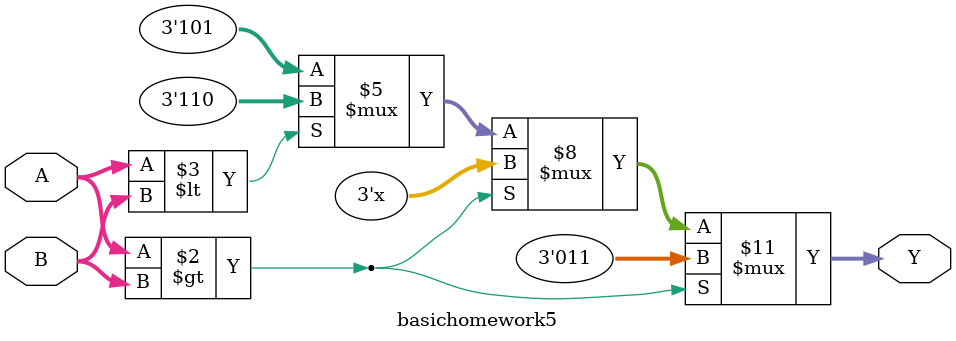
<source format=v>
`timescale 1ns / 1ps
module basichomework5(Y,A,B
    );
	 
	input wire [3:0] A,B;
	output reg [2:0] Y;
	
	always @ (*)
		begin
			if( A > B )
				begin
					Y = 3'b011;
				end
			else if( A < B)
				begin
					Y = 3'b110;
				end
			else
				begin
					Y = 3'b101;
				end
		end

endmodule

</source>
